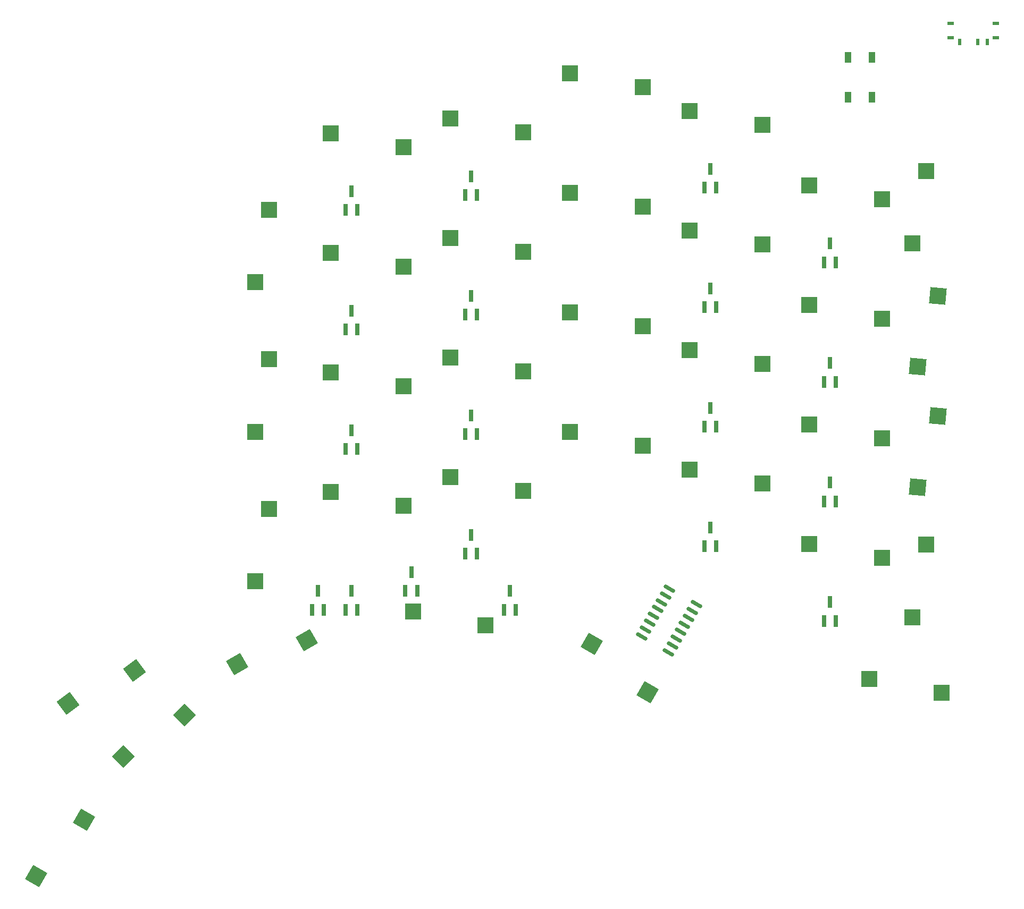
<source format=gbp>
G04 #@! TF.GenerationSoftware,KiCad,Pcbnew,7.0.2*
G04 #@! TF.CreationDate,2023-05-25T14:28:43+02:00*
G04 #@! TF.ProjectId,mykeeb_v7a3,6d796b65-6562-45f7-9637-61332e6b6963,rev?*
G04 #@! TF.SameCoordinates,Original*
G04 #@! TF.FileFunction,Paste,Bot*
G04 #@! TF.FilePolarity,Positive*
%FSLAX46Y46*%
G04 Gerber Fmt 4.6, Leading zero omitted, Abs format (unit mm)*
G04 Created by KiCad (PCBNEW 7.0.2) date 2023-05-25 14:28:43*
%MOMM*%
%LPD*%
G01*
G04 APERTURE LIST*
G04 Aperture macros list*
%AMRoundRect*
0 Rectangle with rounded corners*
0 $1 Rounding radius*
0 $2 $3 $4 $5 $6 $7 $8 $9 X,Y pos of 4 corners*
0 Add a 4 corners polygon primitive as box body*
4,1,4,$2,$3,$4,$5,$6,$7,$8,$9,$2,$3,0*
0 Add four circle primitives for the rounded corners*
1,1,$1+$1,$2,$3*
1,1,$1+$1,$4,$5*
1,1,$1+$1,$6,$7*
1,1,$1+$1,$8,$9*
0 Add four rect primitives between the rounded corners*
20,1,$1+$1,$2,$3,$4,$5,0*
20,1,$1+$1,$4,$5,$6,$7,0*
20,1,$1+$1,$6,$7,$8,$9,0*
20,1,$1+$1,$8,$9,$2,$3,0*%
%AMRotRect*
0 Rectangle, with rotation*
0 The origin of the aperture is its center*
0 $1 length*
0 $2 width*
0 $3 Rotation angle, in degrees counterclockwise*
0 Add horizontal line*
21,1,$1,$2,0,0,$3*%
G04 Aperture macros list end*
%ADD10RotRect,2.600000X2.600000X210.000000*%
%ADD11RotRect,2.600000X2.600000X265.000000*%
%ADD12R,2.600000X2.600000*%
%ADD13RotRect,2.600000X2.600000X225.000000*%
%ADD14RotRect,2.600000X2.600000X240.000000*%
%ADD15RotRect,2.600000X2.600000X37.000000*%
%ADD16R,1.000000X1.700000*%
%ADD17RotRect,2.600000X2.600000X150.000000*%
%ADD18R,0.800000X1.900000*%
%ADD19R,1.100000X0.600000*%
%ADD20R,1.000000X0.600000*%
%ADD21R,0.600000X1.000000*%
%ADD22RoundRect,0.150000X-0.789471X0.282596X0.639471X-0.542404X0.789471X-0.282596X-0.639471X0.542404X0*%
G04 APERTURE END LIST*
D10*
X95487482Y-133435569D03*
X106590075Y-129565825D03*
D11*
X203868121Y-86016881D03*
X207066399Y-74702575D03*
D12*
X167579815Y-64296920D03*
X179129815Y-66496920D03*
X186629815Y-95253220D03*
X198179815Y-97453220D03*
X129479815Y-65487620D03*
X141029815Y-67687620D03*
X186629815Y-114303220D03*
X198179815Y-116503220D03*
X148529783Y-39293780D03*
X160079783Y-41493780D03*
X203004815Y-125909420D03*
X205204815Y-114359420D03*
X203004815Y-66378220D03*
X205204815Y-54828220D03*
X123526615Y-125018920D03*
X135076615Y-127218920D03*
X100604715Y-108643920D03*
X98404715Y-120193920D03*
D13*
X77416055Y-148127309D03*
X87138773Y-141515861D03*
D12*
X186629783Y-57153180D03*
X198179783Y-59353180D03*
D14*
X63456464Y-167144253D03*
X71136720Y-158241660D03*
D15*
X79113846Y-134432457D03*
X68565612Y-139626422D03*
D12*
X110429815Y-105968820D03*
X121979815Y-108168820D03*
X148529815Y-96443820D03*
X160079815Y-98643820D03*
X129479815Y-84537620D03*
X141029815Y-86737620D03*
X110429815Y-86918820D03*
X121979815Y-89118820D03*
X148529815Y-77393820D03*
X160079815Y-79593820D03*
X167579815Y-83346920D03*
X179129815Y-85546920D03*
D16*
X192767351Y-36735972D03*
X196567351Y-36735972D03*
X192767351Y-43035972D03*
X196567351Y-43035972D03*
D12*
X110429783Y-48818780D03*
X121979783Y-51018780D03*
X100604815Y-61018820D03*
X98404815Y-72568820D03*
X129479815Y-103587620D03*
X141029815Y-105787620D03*
X167579815Y-102396920D03*
X179129815Y-104596920D03*
X167579783Y-45246880D03*
X179129783Y-47446880D03*
D11*
X203868121Y-105199681D03*
X207066399Y-93885375D03*
D12*
X100604815Y-84831320D03*
X98404815Y-96381320D03*
D17*
X151943482Y-130202769D03*
X160846075Y-137883025D03*
D12*
X196154815Y-135734520D03*
X207704815Y-137934520D03*
X186629815Y-76203220D03*
X198179815Y-78403220D03*
X148529815Y-58343820D03*
X160079815Y-60543820D03*
X129479783Y-46437580D03*
X141029783Y-48637580D03*
D18*
X114654783Y-99131332D03*
X112754783Y-99131332D03*
X113704783Y-96131332D03*
D19*
X216348619Y-31282215D03*
D20*
X209148619Y-31282215D03*
X216348619Y-33568215D03*
D19*
X209148619Y-33568215D03*
D21*
X210548619Y-34275215D03*
X213448619Y-34275215D03*
X214948619Y-34275215D03*
D18*
X133704799Y-115800080D03*
X131804799Y-115800080D03*
X132754799Y-112800080D03*
X190854847Y-107465698D03*
X188954847Y-107465698D03*
X189904847Y-104465698D03*
X133704799Y-58650032D03*
X131804799Y-58650032D03*
X132754799Y-55650032D03*
X190854847Y-88415682D03*
X188954847Y-88415682D03*
X189904847Y-85415682D03*
D22*
X159897659Y-129037654D03*
X160532659Y-127937802D03*
X161167659Y-126837949D03*
X161802659Y-125738097D03*
X162437659Y-124638245D03*
X163072659Y-123538393D03*
X163707659Y-122438540D03*
X164342659Y-121338688D03*
X168629485Y-123813688D03*
X167994485Y-124913540D03*
X167359485Y-126013393D03*
X166724485Y-127113245D03*
X166089485Y-128213097D03*
X165454485Y-129312949D03*
X164819485Y-130412802D03*
X164184485Y-131512654D03*
D18*
X171804831Y-95559438D03*
X169904831Y-95559438D03*
X170854831Y-92559438D03*
X171804831Y-76509422D03*
X169904831Y-76509422D03*
X170854831Y-73509422D03*
X114654783Y-124729775D03*
X112754783Y-124729775D03*
X113704783Y-121729775D03*
X133704799Y-96750064D03*
X131804799Y-96750064D03*
X132754799Y-93750064D03*
X190854847Y-69365666D03*
X188954847Y-69365666D03*
X189904847Y-66365666D03*
X124179791Y-121753210D03*
X122279791Y-121753210D03*
X123229791Y-118753210D03*
D12*
X110429815Y-67868820D03*
X121979815Y-70068820D03*
D18*
X171804831Y-114609454D03*
X169904831Y-114609454D03*
X170854831Y-111609454D03*
X133704799Y-77700048D03*
X131804799Y-77700048D03*
X132754799Y-74700048D03*
X114654783Y-61031300D03*
X112754783Y-61031300D03*
X113704783Y-58031300D03*
X114654783Y-80081316D03*
X112754783Y-80081316D03*
X113704783Y-77081316D03*
X190854847Y-126515714D03*
X188954847Y-126515714D03*
X189904847Y-123515714D03*
X171804831Y-57459406D03*
X169904831Y-57459406D03*
X170854831Y-54459406D03*
X139898555Y-124729775D03*
X137998555Y-124729775D03*
X138948555Y-121729775D03*
X109296966Y-124729791D03*
X107396966Y-124729791D03*
X108346966Y-121729791D03*
M02*

</source>
